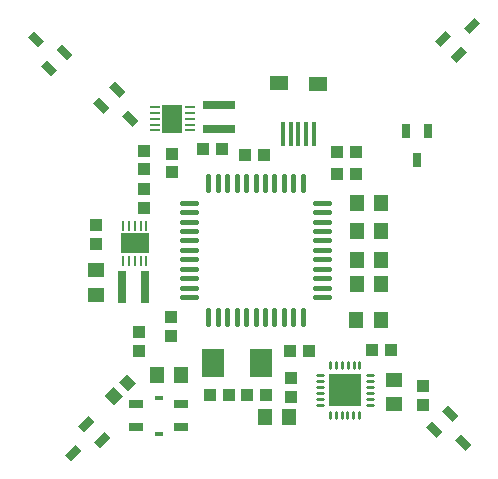
<source format=gtp>
G04 ---------------------------- Layer name :TOP PASTER LAYER*
G04 EasyEDA v5.6.15, Thu, 26 Jul 2018 23:30:40 GMT*
G04 3f3d84fbcde042cdb59b76facc9dedd5*
G04 Gerber Generator version 0.2*
G04 Scale: 100 percent, Rotated: No, Reflected: No *
G04 Dimensions in millimeters *
G04 leading zeros omitted , absolute positions ,3 integer and 3 decimal *
%FSLAX33Y33*%
%MOMM*%
G90*
G71D02*

%ADD20C,0.280010*%
%ADD21C,0.419989*%
%ADD24R,2.700020X0.799998*%
%ADD25R,0.699999X1.250010*%
%ADD26R,1.299997X0.700024*%
%ADD27R,0.700024X0.299974*%
%ADD28R,0.999998X1.099998*%
%ADD29R,1.099998X0.999998*%
%ADD30R,1.899996X2.399995*%
%ADD31R,1.160018X1.469898*%
%ADD32R,1.469898X1.160018*%
%ADD33R,0.799998X2.700020*%
%ADD34R,1.399540X1.300480*%
%ADD35R,1.300480X1.399540*%
%ADD36R,2.680005X2.680005*%
%ADD37R,0.450012X1.999996*%
%ADD38R,1.599997X1.199896*%
%ADD39R,2.425700X1.663700*%
%ADD40R,0.292100X0.876300*%
%ADD41R,1.663700X2.425700*%
%ADD42R,0.876300X0.292100*%

%LPD*%
G54D20*
G01X45548Y23378D02*
G01X45028Y23378D01*
G01X45548Y23878D02*
G01X45028Y23878D01*
G01X45548Y24378D02*
G01X45028Y24378D01*
G01X45548Y24876D02*
G01X45028Y24876D01*
G01X45548Y25377D02*
G01X45028Y25377D01*
G01X45548Y25877D02*
G01X45028Y25877D01*
G01X44424Y26470D02*
G01X44424Y26990D01*
G01X43924Y26470D02*
G01X43924Y26990D01*
G01X43423Y26470D02*
G01X43423Y26990D01*
G01X42926Y26470D02*
G01X42926Y26990D01*
G01X42425Y26470D02*
G01X42425Y26990D01*
G01X41925Y26470D02*
G01X41925Y26990D01*
G01X41331Y25867D02*
G01X40811Y25867D01*
G01X41331Y25366D02*
G01X40811Y25366D01*
G01X41331Y24866D02*
G01X40811Y24866D01*
G01X41331Y24368D02*
G01X40811Y24368D01*
G01X41331Y23868D02*
G01X40811Y23868D01*
G01X41331Y23368D02*
G01X40811Y23368D01*
G01X41910Y22229D02*
G01X41910Y22749D01*
G01X42410Y22229D02*
G01X42410Y22749D01*
G01X42910Y22229D02*
G01X42910Y22749D01*
G01X43408Y22229D02*
G01X43408Y22749D01*
G01X43908Y22229D02*
G01X43908Y22749D01*
G01X44409Y22229D02*
G01X44409Y22749D01*
G54D21*
G01X29380Y40497D02*
G01X30561Y40497D01*
G01X29380Y39697D02*
G01X30561Y39697D01*
G01X29380Y38897D02*
G01X30561Y38897D01*
G01X29380Y38097D02*
G01X30561Y38097D01*
G01X29380Y37297D02*
G01X30561Y37297D01*
G01X29380Y36497D02*
G01X30561Y36497D01*
G01X29380Y35697D02*
G01X30561Y35697D01*
G01X29380Y34897D02*
G01X30561Y34897D01*
G01X29380Y34097D02*
G01X30561Y34097D01*
G01X29380Y33297D02*
G01X30561Y33297D01*
G01X29380Y32497D02*
G01X30561Y32497D01*
G01X31620Y31437D02*
G01X31620Y30257D01*
G01X32421Y31437D02*
G01X32421Y30257D01*
G01X33220Y31437D02*
G01X33220Y30257D01*
G01X34021Y31437D02*
G01X34021Y30257D01*
G01X34820Y31437D02*
G01X34820Y30257D01*
G01X35620Y31437D02*
G01X35620Y30257D01*
G01X36421Y31437D02*
G01X36421Y30257D01*
G01X37220Y31437D02*
G01X37220Y30257D01*
G01X38021Y31437D02*
G01X38021Y30257D01*
G01X38820Y31437D02*
G01X38820Y30257D01*
G01X39620Y31437D02*
G01X39620Y30257D01*
G01X40680Y32497D02*
G01X41860Y32497D01*
G01X40680Y33297D02*
G01X41860Y33297D01*
G01X40680Y34097D02*
G01X41860Y34097D01*
G01X40680Y34897D02*
G01X41860Y34897D01*
G01X40680Y35697D02*
G01X41860Y35697D01*
G01X40680Y36497D02*
G01X41860Y36497D01*
G01X40680Y37297D02*
G01X41860Y37297D01*
G01X40680Y38097D02*
G01X41860Y38097D01*
G01X40680Y38897D02*
G01X41860Y38897D01*
G01X40680Y39697D02*
G01X41860Y39697D01*
G01X40680Y40497D02*
G01X41860Y40497D01*
G01X39620Y42737D02*
G01X39620Y41557D01*
G01X38820Y42737D02*
G01X38820Y41557D01*
G01X38021Y42737D02*
G01X38021Y41557D01*
G01X37220Y42737D02*
G01X37220Y41557D01*
G01X36421Y42737D02*
G01X36421Y41557D01*
G01X35620Y42737D02*
G01X35620Y41557D01*
G01X34820Y42737D02*
G01X34820Y41557D01*
G01X34021Y42737D02*
G01X34021Y41557D01*
G01X33220Y42737D02*
G01X33220Y41557D01*
G01X32421Y42737D02*
G01X32421Y41557D01*
G01X31620Y42737D02*
G01X31620Y41557D01*
G54D24*
G01X32512Y48749D03*
G01X32512Y46749D03*
G36*
G01X17721Y54131D02*
G01X17226Y53636D01*
G01X16342Y54520D01*
G01X16837Y55015D01*
G01X17721Y54131D01*
G37*
G36*
G01X20160Y53036D02*
G01X19665Y52541D01*
G01X18781Y53425D01*
G01X19276Y53920D01*
G01X20160Y53036D01*
G37*
G36*
G01X18817Y51692D02*
G01X18322Y51197D01*
G01X17438Y52081D01*
G01X17933Y52576D01*
G01X18817Y51692D01*
G37*
G54D25*
G01X49276Y44074D03*
G01X48326Y46573D03*
G01X50225Y46573D03*
G54D26*
G01X29331Y21463D03*
G01X29331Y23463D03*
G01X25532Y21463D03*
G01X25532Y23463D03*
G54D27*
G01X27432Y20939D03*
G01X27432Y23987D03*
G54D28*
G01X34940Y24241D03*
G01X36540Y24241D03*
G01X33360Y24242D03*
G01X31760Y24242D03*
G01X42560Y42910D03*
G01X44160Y42910D03*
G54D29*
G01X28447Y30830D03*
G01X28447Y29230D03*
G54D28*
G01X42560Y44815D03*
G01X44160Y44815D03*
G54D30*
G01X32004Y26909D03*
G01X36104Y26909D03*
G54D28*
G01X47101Y28052D03*
G01X45501Y28052D03*
G01X40116Y27925D03*
G01X38516Y27925D03*
G54D29*
G01X38607Y25623D03*
G01X38607Y24023D03*
G54D31*
G01X36449Y22336D03*
G01X38481Y22336D03*
G54D32*
G01X47371Y25511D03*
G01X47371Y23479D03*
G54D33*
G01X26285Y33385D03*
G01X24285Y33385D03*
G54D29*
G01X22148Y38577D03*
G01X22148Y36977D03*
G54D34*
G01X22098Y34799D03*
G01X22098Y32699D03*
G54D29*
G01X26162Y43307D03*
G01X26162Y44906D03*
G54D28*
G01X36306Y44562D03*
G01X34706Y44562D03*
G01X32750Y45070D03*
G01X31150Y45070D03*
G36*
G01X20401Y19992D02*
G01X20896Y19497D01*
G01X20012Y18613D01*
G01X19517Y19108D01*
G01X20401Y19992D01*
G37*
G36*
G01X21497Y22431D02*
G01X21992Y21936D01*
G01X21108Y21052D01*
G01X20613Y21547D01*
G01X21497Y22431D01*
G37*
G36*
G01X22840Y21088D02*
G01X23335Y20593D01*
G01X22451Y19709D01*
G01X21956Y20204D01*
G01X22840Y21088D01*
G37*
G36*
G01X53766Y54779D02*
G01X53271Y55274D01*
G01X54155Y56158D01*
G01X54650Y55663D01*
G01X53766Y54779D01*
G37*
G36*
G01X52670Y52340D02*
G01X52175Y52835D01*
G01X53059Y53719D01*
G01X53554Y53224D01*
G01X52670Y52340D01*
G37*
G36*
G01X51327Y53684D02*
G01X50832Y54179D01*
G01X51716Y55063D01*
G01X52211Y54568D01*
G01X51327Y53684D01*
G37*
G54D31*
G01X44196Y35671D03*
G01X46228Y35671D03*
G01X44196Y38084D03*
G01X46228Y38084D03*
G01X44196Y33639D03*
G01X46228Y33639D03*
G36*
G01X24315Y47818D02*
G01X24810Y48313D01*
G01X25694Y47429D01*
G01X25199Y46934D01*
G01X24315Y47818D01*
G37*
G36*
G01X21876Y48914D02*
G01X22371Y49409D01*
G01X23255Y48525D01*
G01X22760Y48030D01*
G01X21876Y48914D01*
G37*
G36*
G01X23219Y50257D02*
G01X23714Y50752D01*
G01X24598Y49868D01*
G01X24103Y49373D01*
G01X23219Y50257D01*
G37*
G54D35*
G01X46245Y30591D03*
G01X44144Y30591D03*
G54D29*
G01X49784Y23368D03*
G01X49784Y24967D03*
G54D36*
G01X43180Y24622D03*
G54D37*
G01X37953Y46273D03*
G01X38603Y46273D03*
G01X39253Y46273D03*
G01X39903Y46273D03*
G01X40553Y46273D03*
G54D38*
G01X37647Y50585D03*
G01X40926Y50569D03*
G54D31*
G01X44196Y40497D03*
G01X46228Y40497D03*
G36*
G01X52509Y20386D02*
G01X53004Y20881D01*
G01X53888Y19997D01*
G01X53393Y19502D01*
G01X52509Y20386D01*
G37*
G36*
G01X50070Y21482D02*
G01X50565Y21977D01*
G01X51449Y21093D01*
G01X50954Y20598D01*
G01X50070Y21482D01*
G37*
G36*
G01X51413Y22825D02*
G01X51908Y23320D01*
G01X52792Y22436D01*
G01X52297Y21941D01*
G01X51413Y22825D01*
G37*
G54D39*
G01X25400Y37068D03*
G54D40*
G01X24409Y35595D03*
G01X24892Y35595D03*
G01X25400Y35595D03*
G01X25908Y35595D03*
G01X26390Y35595D03*
G01X26390Y38541D03*
G01X25908Y38541D03*
G01X25400Y38541D03*
G01X24892Y38541D03*
G01X24409Y38541D03*
G54D41*
G01X28575Y47609D03*
G54D42*
G01X30048Y46619D03*
G01X30048Y47101D03*
G01X30048Y47609D03*
G01X30048Y48117D03*
G01X30048Y48600D03*
G01X27101Y48600D03*
G01X27101Y48117D03*
G01X27101Y47609D03*
G01X27101Y47101D03*
G01X27101Y46619D03*
G54D31*
G01X27305Y25892D03*
G01X29337Y25892D03*
G36*
G01X23597Y24867D02*
G01X24375Y24090D01*
G01X23668Y23383D01*
G01X22890Y24160D01*
G01X23597Y24867D01*
G37*
G36*
G01X24728Y25999D02*
G01X25506Y25221D01*
G01X24799Y24514D01*
G01X24021Y25291D01*
G01X24728Y25999D01*
G37*
G54D29*
G01X25781Y27940D03*
G01X25781Y29539D03*
G01X26187Y41650D03*
G01X26187Y40050D03*
G01X28575Y43053D03*
G01X28575Y44652D03*
M00*
M02*

</source>
